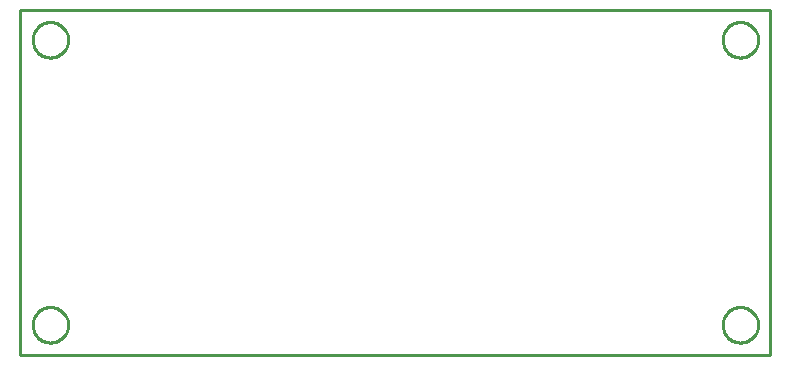
<source format=gbr>
G04 EAGLE Gerber RS-274X export*
G75*
%MOMM*%
%FSLAX34Y34*%
%LPD*%
%IN*%
%IPPOS*%
%AMOC8*
5,1,8,0,0,1.08239X$1,22.5*%
G01*
%ADD10C,0.254000*%


D10*
X0Y0D02*
X635000Y0D01*
X635000Y292000D01*
X0Y292000D01*
X0Y0D01*
X40400Y266164D02*
X40324Y265096D01*
X40171Y264035D01*
X39943Y262988D01*
X39641Y261960D01*
X39267Y260956D01*
X38822Y259981D01*
X38308Y259041D01*
X37729Y258140D01*
X37087Y257282D01*
X36385Y256472D01*
X35628Y255715D01*
X34818Y255013D01*
X33960Y254371D01*
X33059Y253792D01*
X32119Y253278D01*
X31144Y252833D01*
X30140Y252459D01*
X29112Y252157D01*
X28065Y251929D01*
X27004Y251776D01*
X25936Y251700D01*
X24864Y251700D01*
X23796Y251776D01*
X22735Y251929D01*
X21688Y252157D01*
X20660Y252459D01*
X19656Y252833D01*
X18681Y253278D01*
X17741Y253792D01*
X16840Y254371D01*
X15982Y255013D01*
X15172Y255715D01*
X14415Y256472D01*
X13713Y257282D01*
X13071Y258140D01*
X12492Y259041D01*
X11978Y259981D01*
X11533Y260956D01*
X11159Y261960D01*
X10857Y262988D01*
X10629Y264035D01*
X10476Y265096D01*
X10400Y266164D01*
X10400Y267236D01*
X10476Y268304D01*
X10629Y269365D01*
X10857Y270412D01*
X11159Y271440D01*
X11533Y272444D01*
X11978Y273419D01*
X12492Y274359D01*
X13071Y275260D01*
X13713Y276118D01*
X14415Y276928D01*
X15172Y277685D01*
X15982Y278387D01*
X16840Y279029D01*
X17741Y279608D01*
X18681Y280122D01*
X19656Y280567D01*
X20660Y280941D01*
X21688Y281243D01*
X22735Y281471D01*
X23796Y281624D01*
X24864Y281700D01*
X25936Y281700D01*
X27004Y281624D01*
X28065Y281471D01*
X29112Y281243D01*
X30140Y280941D01*
X31144Y280567D01*
X32119Y280122D01*
X33059Y279608D01*
X33960Y279029D01*
X34818Y278387D01*
X35628Y277685D01*
X36385Y276928D01*
X37087Y276118D01*
X37729Y275260D01*
X38308Y274359D01*
X38822Y273419D01*
X39267Y272444D01*
X39641Y271440D01*
X39943Y270412D01*
X40171Y269365D01*
X40324Y268304D01*
X40400Y267236D01*
X40400Y266164D01*
X40400Y24864D02*
X40324Y23796D01*
X40171Y22735D01*
X39943Y21688D01*
X39641Y20660D01*
X39267Y19656D01*
X38822Y18681D01*
X38308Y17741D01*
X37729Y16840D01*
X37087Y15982D01*
X36385Y15172D01*
X35628Y14415D01*
X34818Y13713D01*
X33960Y13071D01*
X33059Y12492D01*
X32119Y11978D01*
X31144Y11533D01*
X30140Y11159D01*
X29112Y10857D01*
X28065Y10629D01*
X27004Y10476D01*
X25936Y10400D01*
X24864Y10400D01*
X23796Y10476D01*
X22735Y10629D01*
X21688Y10857D01*
X20660Y11159D01*
X19656Y11533D01*
X18681Y11978D01*
X17741Y12492D01*
X16840Y13071D01*
X15982Y13713D01*
X15172Y14415D01*
X14415Y15172D01*
X13713Y15982D01*
X13071Y16840D01*
X12492Y17741D01*
X11978Y18681D01*
X11533Y19656D01*
X11159Y20660D01*
X10857Y21688D01*
X10629Y22735D01*
X10476Y23796D01*
X10400Y24864D01*
X10400Y25936D01*
X10476Y27004D01*
X10629Y28065D01*
X10857Y29112D01*
X11159Y30140D01*
X11533Y31144D01*
X11978Y32119D01*
X12492Y33059D01*
X13071Y33960D01*
X13713Y34818D01*
X14415Y35628D01*
X15172Y36385D01*
X15982Y37087D01*
X16840Y37729D01*
X17741Y38308D01*
X18681Y38822D01*
X19656Y39267D01*
X20660Y39641D01*
X21688Y39943D01*
X22735Y40171D01*
X23796Y40324D01*
X24864Y40400D01*
X25936Y40400D01*
X27004Y40324D01*
X28065Y40171D01*
X29112Y39943D01*
X30140Y39641D01*
X31144Y39267D01*
X32119Y38822D01*
X33059Y38308D01*
X33960Y37729D01*
X34818Y37087D01*
X35628Y36385D01*
X36385Y35628D01*
X37087Y34818D01*
X37729Y33960D01*
X38308Y33059D01*
X38822Y32119D01*
X39267Y31144D01*
X39641Y30140D01*
X39943Y29112D01*
X40171Y28065D01*
X40324Y27004D01*
X40400Y25936D01*
X40400Y24864D01*
X624600Y24864D02*
X624524Y23796D01*
X624371Y22735D01*
X624143Y21688D01*
X623841Y20660D01*
X623467Y19656D01*
X623022Y18681D01*
X622508Y17741D01*
X621929Y16840D01*
X621287Y15982D01*
X620585Y15172D01*
X619828Y14415D01*
X619018Y13713D01*
X618160Y13071D01*
X617259Y12492D01*
X616319Y11978D01*
X615344Y11533D01*
X614340Y11159D01*
X613312Y10857D01*
X612265Y10629D01*
X611204Y10476D01*
X610136Y10400D01*
X609064Y10400D01*
X607996Y10476D01*
X606935Y10629D01*
X605888Y10857D01*
X604860Y11159D01*
X603856Y11533D01*
X602881Y11978D01*
X601941Y12492D01*
X601040Y13071D01*
X600182Y13713D01*
X599372Y14415D01*
X598615Y15172D01*
X597913Y15982D01*
X597271Y16840D01*
X596692Y17741D01*
X596178Y18681D01*
X595733Y19656D01*
X595359Y20660D01*
X595057Y21688D01*
X594829Y22735D01*
X594676Y23796D01*
X594600Y24864D01*
X594600Y25936D01*
X594676Y27004D01*
X594829Y28065D01*
X595057Y29112D01*
X595359Y30140D01*
X595733Y31144D01*
X596178Y32119D01*
X596692Y33059D01*
X597271Y33960D01*
X597913Y34818D01*
X598615Y35628D01*
X599372Y36385D01*
X600182Y37087D01*
X601040Y37729D01*
X601941Y38308D01*
X602881Y38822D01*
X603856Y39267D01*
X604860Y39641D01*
X605888Y39943D01*
X606935Y40171D01*
X607996Y40324D01*
X609064Y40400D01*
X610136Y40400D01*
X611204Y40324D01*
X612265Y40171D01*
X613312Y39943D01*
X614340Y39641D01*
X615344Y39267D01*
X616319Y38822D01*
X617259Y38308D01*
X618160Y37729D01*
X619018Y37087D01*
X619828Y36385D01*
X620585Y35628D01*
X621287Y34818D01*
X621929Y33960D01*
X622508Y33059D01*
X623022Y32119D01*
X623467Y31144D01*
X623841Y30140D01*
X624143Y29112D01*
X624371Y28065D01*
X624524Y27004D01*
X624600Y25936D01*
X624600Y24864D01*
X624600Y266164D02*
X624524Y265096D01*
X624371Y264035D01*
X624143Y262988D01*
X623841Y261960D01*
X623467Y260956D01*
X623022Y259981D01*
X622508Y259041D01*
X621929Y258140D01*
X621287Y257282D01*
X620585Y256472D01*
X619828Y255715D01*
X619018Y255013D01*
X618160Y254371D01*
X617259Y253792D01*
X616319Y253278D01*
X615344Y252833D01*
X614340Y252459D01*
X613312Y252157D01*
X612265Y251929D01*
X611204Y251776D01*
X610136Y251700D01*
X609064Y251700D01*
X607996Y251776D01*
X606935Y251929D01*
X605888Y252157D01*
X604860Y252459D01*
X603856Y252833D01*
X602881Y253278D01*
X601941Y253792D01*
X601040Y254371D01*
X600182Y255013D01*
X599372Y255715D01*
X598615Y256472D01*
X597913Y257282D01*
X597271Y258140D01*
X596692Y259041D01*
X596178Y259981D01*
X595733Y260956D01*
X595359Y261960D01*
X595057Y262988D01*
X594829Y264035D01*
X594676Y265096D01*
X594600Y266164D01*
X594600Y267236D01*
X594676Y268304D01*
X594829Y269365D01*
X595057Y270412D01*
X595359Y271440D01*
X595733Y272444D01*
X596178Y273419D01*
X596692Y274359D01*
X597271Y275260D01*
X597913Y276118D01*
X598615Y276928D01*
X599372Y277685D01*
X600182Y278387D01*
X601040Y279029D01*
X601941Y279608D01*
X602881Y280122D01*
X603856Y280567D01*
X604860Y280941D01*
X605888Y281243D01*
X606935Y281471D01*
X607996Y281624D01*
X609064Y281700D01*
X610136Y281700D01*
X611204Y281624D01*
X612265Y281471D01*
X613312Y281243D01*
X614340Y280941D01*
X615344Y280567D01*
X616319Y280122D01*
X617259Y279608D01*
X618160Y279029D01*
X619018Y278387D01*
X619828Y277685D01*
X620585Y276928D01*
X621287Y276118D01*
X621929Y275260D01*
X622508Y274359D01*
X623022Y273419D01*
X623467Y272444D01*
X623841Y271440D01*
X624143Y270412D01*
X624371Y269365D01*
X624524Y268304D01*
X624600Y267236D01*
X624600Y266164D01*
M02*

</source>
